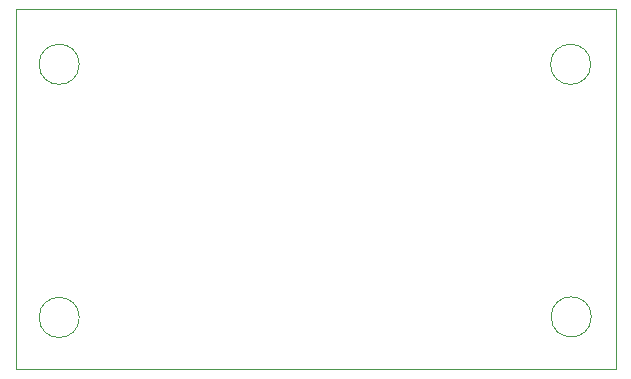
<source format=gbr>
%TF.GenerationSoftware,KiCad,Pcbnew,7.0.7*%
%TF.CreationDate,2023-10-30T22:44:53-05:00*%
%TF.ProjectId,Half AA Lithium Battery Board,48616c66-2041-4412-904c-69746869756d,rev?*%
%TF.SameCoordinates,Original*%
%TF.FileFunction,Profile,NP*%
%FSLAX46Y46*%
G04 Gerber Fmt 4.6, Leading zero omitted, Abs format (unit mm)*
G04 Created by KiCad (PCBNEW 7.0.7) date 2023-10-30 22:44:53*
%MOMM*%
%LPD*%
G01*
G04 APERTURE LIST*
%TA.AperFunction,Profile*%
%ADD10C,0.100000*%
%TD*%
G04 APERTURE END LIST*
D10*
X150163000Y-79580000D02*
G75*
G03*
X150163000Y-79580000I-1700000J0D01*
G01*
X193470000Y-79580000D02*
G75*
G03*
X193470000Y-79580000I-1700000J0D01*
G01*
X144780000Y-75057000D02*
X144780000Y-105410000D01*
X144780000Y-105410000D02*
X195580000Y-105410000D01*
X193519000Y-100965000D02*
G75*
G03*
X193519000Y-100965000I-1700000J0D01*
G01*
X195580000Y-74930000D02*
X144780000Y-74930000D01*
X144780000Y-74930000D02*
X144780000Y-75057000D01*
X150163000Y-101014000D02*
G75*
G03*
X150163000Y-101014000I-1700000J0D01*
G01*
X195580000Y-105410000D02*
X195580000Y-74930000D01*
M02*

</source>
